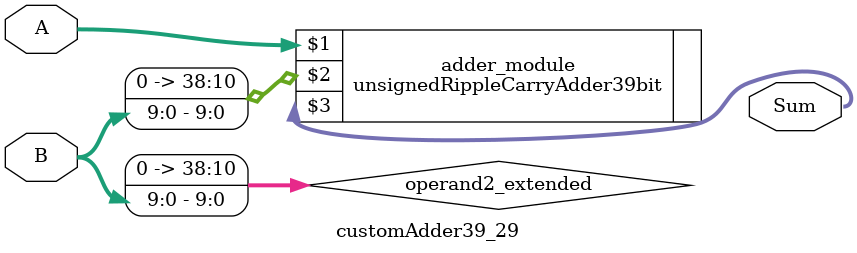
<source format=v>
module customAdder39_29(
                        input [38 : 0] A,
                        input [9 : 0] B,
                        
                        output [39 : 0] Sum
                );

        wire [38 : 0] operand2_extended;
        
        assign operand2_extended =  {29'b0, B};
        
        unsignedRippleCarryAdder39bit adder_module(
            A,
            operand2_extended,
            Sum
        );
        
        endmodule
        
</source>
